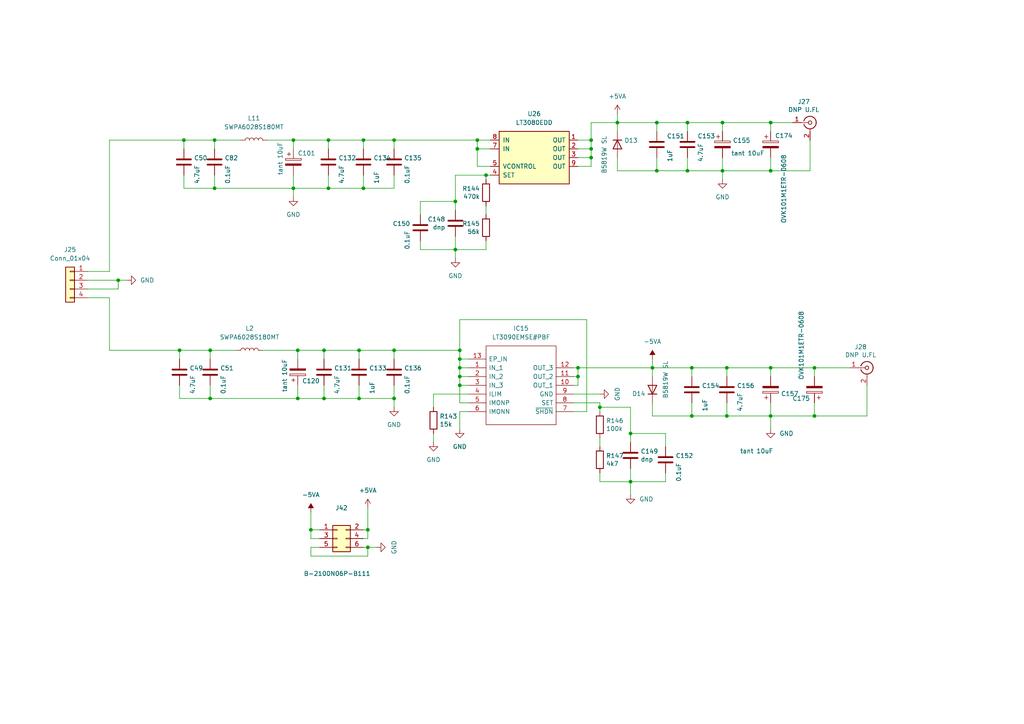
<source format=kicad_sch>
(kicad_sch (version 20211123) (generator eeschema)
  (paper "A4")
  (lib_symbols
    (symbol "Connector:Conn_Coaxial" (pin_names (offset 1.016) hide)
      (property "Reference" "J" (at 0.254 3.048 0))
      (property "Value" "Conn_Coaxial" (at 2.921 0 90))
      (symbol "Conn_Coaxial_0_1"
        (arc (start -1.778 -0.508) (mid 0.222 -1.808) (end 1.778 0) (stroke (width 0.254)))
        (polyline (pts (xy -2.54 0) (xy -0.508 0)))
        (polyline (pts (xy 0 -2.54) (xy 0 -1.778)))
        (circle (center 0 0) (radius 0.508) (stroke (width 0.2032)))
        (arc (start 1.778 0) (mid 0.222 1.8083) (end -1.778 0.508) (stroke (width 0.254)))
      )
      (symbol "Conn_Coaxial_1_1"
        (pin passive line (at -5.08 0 0) (length 2.54) (name "In") (number "1"))
        (pin passive line (at 0 -5.08 90) (length 2.54) (name "Ext") (number "2"))
      )
    )
    (symbol "Connector_Generic:Conn_01x04" (pin_names (offset 1.016) hide)
      (property "Reference" "J" (at 0 5.08 0))
      (property "Value" "Conn_01x04" (at 0 -7.62 0))
      (symbol "Conn_01x04_1_1"
        (rectangle (start -1.27 -4.953) (end 0 -5.207) (stroke (width 0.1524)))
        (rectangle (start -1.27 -2.413) (end 0 -2.667) (stroke (width 0.1524)))
        (rectangle (start -1.27 0.127) (end 0 -0.127) (stroke (width 0.1524)))
        (rectangle (start -1.27 2.667) (end 0 2.413) (stroke (width 0.1524)))
        (rectangle (start -1.27 3.81) (end 1.27 -6.35) (stroke (width 0.254)) (fill (type background)))
        (pin passive line (at -5.08 2.54 0) (length 3.81) (name "Pin_1") (number "1"))
        (pin passive line (at -5.08 0 0) (length 3.81) (name "Pin_2") (number "2"))
        (pin passive line (at -5.08 -2.54 0) (length 3.81) (name "Pin_3") (number "3"))
        (pin passive line (at -5.08 -5.08 0) (length 3.81) (name "Pin_4") (number "4"))
      )
    )
    (symbol "Connector_Generic:Conn_02x03_Odd_Even" (pin_names (offset 1.016) hide)
      (property "Reference" "J" (at 1.27 5.08 0))
      (property "Value" "Conn_02x03_Odd_Even" (at 1.27 -5.08 0))
      (symbol "Conn_02x03_Odd_Even_1_1"
        (rectangle (start -1.27 -2.413) (end 0 -2.667) (stroke (width 0.1524)))
        (rectangle (start -1.27 0.127) (end 0 -0.127) (stroke (width 0.1524)))
        (rectangle (start -1.27 2.667) (end 0 2.413) (stroke (width 0.1524)))
        (rectangle (start -1.27 3.81) (end 3.81 -3.81) (stroke (width 0.254)) (fill (type background)))
        (rectangle (start 3.81 -2.413) (end 2.54 -2.667) (stroke (width 0.1524)))
        (rectangle (start 3.81 0.127) (end 2.54 -0.127) (stroke (width 0.1524)))
        (rectangle (start 3.81 2.667) (end 2.54 2.413) (stroke (width 0.1524)))
        (pin passive line (at -5.08 2.54 0) (length 3.81) (name "Pin_1") (number "1"))
        (pin passive line (at 7.62 2.54 180) (length 3.81) (name "Pin_2") (number "2"))
        (pin passive line (at -5.08 0 0) (length 3.81) (name "Pin_3") (number "3"))
        (pin passive line (at 7.62 0 180) (length 3.81) (name "Pin_4") (number "4"))
        (pin passive line (at -5.08 -2.54 0) (length 3.81) (name "Pin_5") (number "5"))
        (pin passive line (at 7.62 -2.54 180) (length 3.81) (name "Pin_6") (number "6"))
      )
    )
    (symbol "Device:C" (pin_numbers hide) (pin_names (offset 0.254))
      (property "Reference" "C" (at 0.635 2.54 0))
      (property "Value" "C" (at 0.635 -2.54 0))
      (symbol "C_0_1"
        (polyline (pts (xy -2.032 -0.762) (xy 2.032 -0.762)) (stroke (width 0.508)))
        (polyline (pts (xy -2.032 0.762) (xy 2.032 0.762)) (stroke (width 0.508)))
      )
      (symbol "C_1_1"
        (pin passive line (at 0 3.81 270) (length 2.794) (name "~") (number "1"))
        (pin passive line (at 0 -3.81 90) (length 2.794) (name "~") (number "2"))
      )
    )
    (symbol "Device:C_Polarized" (pin_numbers hide) (pin_names (offset 0.254))
      (property "Reference" "C" (at 0.635 2.54 0))
      (property "Value" "C_Polarized" (at 0.635 -2.54 0))
      (symbol "C_Polarized_0_1"
        (rectangle (start -2.286 0.508) (end 2.286 1.016))
        (polyline (pts (xy -1.778 2.286) (xy -0.762 2.286)))
        (polyline (pts (xy -1.27 2.794) (xy -1.27 1.778)))
        (rectangle (start 2.286 -0.508) (end -2.286 -1.016) (fill (type outline)))
      )
      (symbol "C_Polarized_1_1"
        (pin passive line (at 0 3.81 270) (length 2.794) (name "~") (number "1"))
        (pin passive line (at 0 -3.81 90) (length 2.794) (name "~") (number "2"))
      )
    )
    (symbol "Device:D" (pin_numbers hide) (pin_names (offset 1.016) hide)
      (property "Reference" "D" (at 0 2.54 0))
      (property "Value" "D" (at 0 -2.54 0))
      (symbol "D_0_1"
        (polyline (pts (xy -1.27 1.27) (xy -1.27 -1.27)) (stroke (width 0.254)))
        (polyline (pts (xy 1.27 0) (xy -1.27 0)))
        (polyline (pts (xy 1.27 1.27) (xy 1.27 -1.27) (xy -1.27 0) (xy 1.27 1.27)) (stroke (width 0.254)))
      )
      (symbol "D_1_1"
        (pin passive line (at -3.81 0 0) (length 2.54) (name "K") (number "1"))
        (pin passive line (at 3.81 0 180) (length 2.54) (name "A") (number "2"))
      )
    )
    (symbol "Device:L" (pin_numbers hide) (pin_names (offset 1.016) hide)
      (property "Reference" "L" (at -1.27 0 90))
      (property "Value" "L" (at 1.905 0 90))
      (symbol "L_0_1"
        (arc (start 0 -2.54) (mid 0.635 -1.905) (end 0 -1.27))
        (arc (start 0 -1.27) (mid 0.635 -0.635) (end 0 0))
        (arc (start 0 0) (mid 0.635 0.635) (end 0 1.27))
        (arc (start 0 1.27) (mid 0.635 1.905) (end 0 2.54))
      )
      (symbol "L_1_1"
        (pin passive line (at 0 3.81 270) (length 1.27) (name "1") (number "1"))
        (pin passive line (at 0 -3.81 90) (length 1.27) (name "2") (number "2"))
      )
    )
    (symbol "Device:R" (pin_numbers hide) (pin_names (offset 0))
      (property "Reference" "R" (at 2.032 0 90))
      (property "Value" "R" (at 0 0 90))
      (symbol "R_0_1"
        (rectangle (start -1.016 -2.54) (end 1.016 2.54) (stroke (width 0.254)))
      )
      (symbol "R_1_1"
        (pin passive line (at 0 3.81 270) (length 1.27) (name "~") (number "1"))
        (pin passive line (at 0 -3.81 90) (length 1.27) (name "~") (number "2"))
      )
    )
    (symbol "HanzhenCustomLib:LT3090EMSE#PBF" (pin_names (offset 0.762))
      (property "Reference" "IC" (at 26.67 7.62 0))
      (property "Value" "LT3090EMSE#PBF" (at 44.45 5.08 0))
      (symbol "LT3090EMSE#PBF_0_0"
        (pin passive line (at 0 0 0) (length 5.08) (name "IN_1") (number "1"))
        (pin passive line (at 30.48 -5.08 180) (length 5.08) (name "OUT_1") (number "10"))
        (pin passive line (at 30.48 -2.54 180) (length 5.08) (name "OUT_2") (number "11"))
        (pin passive line (at 30.48 0 180) (length 5.08) (name "OUT_3") (number "12"))
        (pin passive line (at 0 2.54 0) (length 5.08) (name "EP_IN") (number "13"))
        (pin passive line (at 0 -2.54 0) (length 5.08) (name "IN_2") (number "2"))
        (pin passive line (at 0 -5.08 0) (length 5.08) (name "IN_3") (number "3"))
        (pin passive line (at 0 -7.62 0) (length 5.08) (name "ILIM") (number "4"))
        (pin passive line (at 0 -10.16 0) (length 5.08) (name "IMONP") (number "5"))
        (pin passive line (at 0 -12.7 0) (length 5.08) (name "IMONN") (number "6"))
        (pin passive line (at 30.48 -12.7 180) (length 5.08) (name "~{SHDN}") (number "7"))
        (pin passive line (at 30.48 -10.16 180) (length 5.08) (name "SET") (number "8"))
        (pin passive line (at 30.48 -7.62 180) (length 5.08) (name "GND") (number "9"))
      )
      (symbol "LT3090EMSE#PBF_0_1"
        (polyline (pts (xy 5.08 6.35) (xy 25.4 6.35) (xy 25.4 -16.51) (xy 5.08 -16.51) (xy 5.08 6.35)) (stroke (width 0.1524)))
      )
    )
    (symbol "Regulator_Linear:LT3080xDD" (pin_names (offset 1.016))
      (property "Reference" "U" (at -8.89 9.144 0))
      (property "Value" "LT3080xDD" (at 10.414 9.144 0))
      (symbol "LT3080xDD_0_1"
        (rectangle (start -10.16 7.62) (end 10.16 -7.62) (stroke (width 0.254)) (fill (type background)))
      )
      (symbol "LT3080xDD_1_1"
        (pin power_out line (at 12.7 5.08 180) (length 2.54) (name "OUT") (number "1"))
        (pin power_out line (at 12.7 2.54 180) (length 2.54) (name "OUT") (number "2"))
        (pin power_out line (at 12.7 0 180) (length 2.54) (name "OUT") (number "3"))
        (pin input line (at -12.7 -5.08 0) (length 2.54) (name "SET") (number "4"))
        (pin input line (at -12.7 -2.54 0) (length 2.54) (name "VCONTROL") (number "5"))
        (pin no_connect line (at -10.16 0 0) (length 2.54) hide (name "NC") (number "6"))
        (pin power_in line (at -12.7 2.54 0) (length 2.54) (name "IN") (number "7"))
        (pin power_in line (at -12.7 5.08 0) (length 2.54) (name "IN") (number "8"))
        (pin power_out line (at 12.7 -2.54 180) (length 2.54) (name "OUT") (number "9"))
      )
    )
    (symbol "power:+5VA" (power) (pin_names (offset 0))
      (property "Value" "+5VA" (at 0 3.556 0))
      (symbol "+5VA_0_1"
        (polyline (pts (xy -0.762 1.27) (xy 0 2.54)))
        (polyline (pts (xy 0 0) (xy 0 2.54)))
        (polyline (pts (xy 0 2.54) (xy 0.762 1.27)))
      )
      (symbol "+5VA_1_1"
        (pin power_in line (at 0 0 90) (length 0) hide (name "+5VA") (number "1"))
      )
    )
    (symbol "power:-5VA" (power) (pin_names (offset 0))
      (property "Value" "-5VA" (at 0 3.81 0))
      (symbol "-5VA_0_0"
        (pin power_in line (at 0 0 90) (length 0) hide (name "-5VA") (number "1"))
      )
      (symbol "-5VA_0_1"
        (polyline (pts (xy 0 0) (xy 0 1.27) (xy 0.762 1.27) (xy 0 2.54) (xy -0.762 1.27) (xy 0 1.27)) (fill (type outline)))
      )
    )
    (symbol "power:GND" (power) (pin_names (offset 0))
      (property "Value" "GND" (at 0 -3.81 0))
      (symbol "GND_0_1"
        (polyline (pts (xy 0 0) (xy 0 -1.27) (xy 1.27 -1.27) (xy 0 -2.54) (xy -1.27 -1.27) (xy 0 -1.27)))
      )
      (symbol "GND_1_1"
        (pin power_in line (at 0 0 270) (length 0) hide (name "GND") (number "1"))
      )
    )
  )
  (junction (at 106.68 153.67))
  (junction (at 133.35 101.6))
  (junction (at 52.07 101.6))
  (junction (at 34.29 81.28))
  (junction (at 60.96 101.6))
  (junction (at 223.52 106.68))
  (junction (at 182.88 125.73))
  (junction (at 105.41 40.64))
  (junction (at 53.34 40.64))
  (junction (at 171.45 43.18))
  (junction (at 236.22 120.65))
  (junction (at 104.14 115.57))
  (junction (at 62.23 54.61))
  (junction (at 199.39 35.56))
  (junction (at 85.09 40.64))
  (junction (at 132.08 58.42))
  (junction (at 200.66 120.65))
  (junction (at 223.52 120.65))
  (junction (at 167.64 106.68))
  (junction (at 105.41 54.61))
  (junction (at 223.52 49.53))
  (junction (at 86.36 101.6))
  (junction (at 114.3 115.57))
  (junction (at 104.14 101.6))
  (junction (at 95.25 54.61))
  (junction (at 190.5 49.53))
  (junction (at 132.08 72.39))
  (junction (at 90.17 153.67))
  (junction (at 199.39 49.53))
  (junction (at 93.98 115.57))
  (junction (at 167.64 109.22))
  (junction (at 210.82 106.68))
  (junction (at 60.96 115.57))
  (junction (at 209.55 49.53))
  (junction (at 138.43 43.18))
  (junction (at 138.43 40.64))
  (junction (at 182.88 139.7))
  (junction (at 179.07 35.56))
  (junction (at 86.36 115.57))
  (junction (at 171.45 40.64))
  (junction (at 85.09 54.61))
  (junction (at 200.66 106.68))
  (junction (at 189.23 106.68))
  (junction (at 140.97 50.8))
  (junction (at 210.82 120.65))
  (junction (at 223.52 35.56))
  (junction (at 133.35 109.22))
  (junction (at 95.25 40.64))
  (junction (at 171.45 45.72))
  (junction (at 209.55 35.56))
  (junction (at 236.22 106.68))
  (junction (at 133.35 106.68))
  (junction (at 106.68 158.75))
  (junction (at 173.99 118.11))
  (junction (at 133.35 104.14))
  (junction (at 62.23 40.64))
  (junction (at 190.5 35.56))
  (junction (at 114.3 101.6))
  (junction (at 114.3 40.64))
  (junction (at 93.98 101.6))
  (junction (at 133.35 111.76))
  (wire (pts (xy 209.55 35.56) (xy 209.55 38.1)))
  (wire (pts (xy 125.73 118.11) (xy 125.73 114.3)))
  (wire (pts (xy 106.68 147.32) (xy 106.68 153.67)))
  (wire (pts (xy 179.07 49.53) (xy 190.5 49.53)))
  (wire (pts (xy 95.25 43.18) (xy 95.25 40.64)))
  (wire (pts (xy 182.88 139.7) (xy 182.88 143.51)))
  (wire (pts (xy 182.88 118.11) (xy 182.88 125.73)))
  (wire (pts (xy 200.66 120.65) (xy 210.82 120.65)))
  (wire (pts (xy 200.66 116.84) (xy 200.66 120.65)))
  (wire (pts (xy 104.14 115.57) (xy 114.3 115.57)))
  (wire (pts (xy 60.96 101.6) (xy 60.96 104.14)))
  (wire (pts (xy 53.34 40.64) (xy 53.34 43.18)))
  (wire (pts (xy 104.14 111.76) (xy 104.14 115.57)))
  (wire (pts (xy 121.92 72.39) (xy 132.08 72.39)))
  (wire (pts (xy 223.52 106.68) (xy 223.52 109.22)))
  (wire (pts (xy 167.64 45.72) (xy 171.45 45.72)))
  (wire (pts (xy 76.2 101.6) (xy 86.36 101.6)))
  (wire (pts (xy 140.97 62.23) (xy 140.97 59.69)))
  (wire (pts (xy 236.22 106.68) (xy 246.38 106.68)))
  (wire (pts (xy 52.07 115.57) (xy 60.96 115.57)))
  (wire (pts (xy 53.34 54.61) (xy 62.23 54.61)))
  (wire (pts (xy 199.39 49.53) (xy 209.55 49.53)))
  (wire (pts (xy 86.36 101.6) (xy 93.98 101.6)))
  (wire (pts (xy 125.73 128.27) (xy 125.73 125.73)))
  (wire (pts (xy 86.36 111.76) (xy 86.36 115.57)))
  (wire (pts (xy 92.71 156.21) (xy 90.17 156.21)))
  (wire (pts (xy 182.88 135.89) (xy 182.88 139.7)))
  (wire (pts (xy 171.45 40.64) (xy 171.45 35.56)))
  (wire (pts (xy 138.43 43.18) (xy 142.24 43.18)))
  (wire (pts (xy 36.83 81.28) (xy 34.29 81.28)))
  (wire (pts (xy 182.88 125.73) (xy 193.04 125.73)))
  (wire (pts (xy 105.41 158.75) (xy 106.68 158.75)))
  (wire (pts (xy 106.68 153.67) (xy 106.68 156.21)))
  (wire (pts (xy 189.23 106.68) (xy 200.66 106.68)))
  (wire (pts (xy 171.45 43.18) (xy 171.45 45.72)))
  (wire (pts (xy 135.89 116.84) (xy 133.35 116.84)))
  (wire (pts (xy 31.75 86.36) (xy 31.75 101.6)))
  (wire (pts (xy 171.45 35.56) (xy 179.07 35.56)))
  (wire (pts (xy 200.66 106.68) (xy 210.82 106.68)))
  (wire (pts (xy 133.35 104.14) (xy 133.35 106.68)))
  (wire (pts (xy 209.55 35.56) (xy 223.52 35.56)))
  (wire (pts (xy 93.98 111.76) (xy 93.98 115.57)))
  (wire (pts (xy 142.24 48.26) (xy 138.43 48.26)))
  (wire (pts (xy 223.52 38.1) (xy 223.52 35.56)))
  (wire (pts (xy 60.96 115.57) (xy 86.36 115.57)))
  (wire (pts (xy 105.41 40.64) (xy 114.3 40.64)))
  (wire (pts (xy 179.07 38.1) (xy 179.07 35.56)))
  (wire (pts (xy 209.55 49.53) (xy 209.55 52.07)))
  (wire (pts (xy 133.35 92.71) (xy 133.35 101.6)))
  (wire (pts (xy 114.3 50.8) (xy 114.3 54.61)))
  (wire (pts (xy 90.17 161.29) (xy 90.17 158.75)))
  (wire (pts (xy 200.66 106.68) (xy 200.66 109.22)))
  (wire (pts (xy 52.07 111.76) (xy 52.07 115.57)))
  (wire (pts (xy 166.37 119.38) (xy 170.18 119.38)))
  (wire (pts (xy 190.5 35.56) (xy 190.5 38.1)))
  (wire (pts (xy 193.04 137.16) (xy 193.04 139.7)))
  (wire (pts (xy 93.98 115.57) (xy 104.14 115.57)))
  (wire (pts (xy 105.41 50.8) (xy 105.41 54.61)))
  (wire (pts (xy 223.52 116.84) (xy 223.52 120.65)))
  (wire (pts (xy 223.52 124.46) (xy 223.52 120.65)))
  (wire (pts (xy 53.34 40.64) (xy 31.75 40.64)))
  (wire (pts (xy 132.08 58.42) (xy 132.08 50.8)))
  (wire (pts (xy 105.41 43.18) (xy 105.41 40.64)))
  (wire (pts (xy 167.64 111.76) (xy 166.37 111.76)))
  (wire (pts (xy 140.97 52.07) (xy 140.97 50.8)))
  (wire (pts (xy 170.18 119.38) (xy 170.18 92.71)))
  (wire (pts (xy 106.68 161.29) (xy 90.17 161.29)))
  (wire (pts (xy 31.75 101.6) (xy 52.07 101.6)))
  (wire (pts (xy 210.82 116.84) (xy 210.82 120.65)))
  (wire (pts (xy 223.52 35.56) (xy 229.87 35.56)))
  (wire (pts (xy 106.68 158.75) (xy 109.22 158.75)))
  (wire (pts (xy 190.5 35.56) (xy 199.39 35.56)))
  (wire (pts (xy 193.04 125.73) (xy 193.04 129.54)))
  (wire (pts (xy 190.5 49.53) (xy 199.39 49.53)))
  (wire (pts (xy 95.25 54.61) (xy 105.41 54.61)))
  (wire (pts (xy 114.3 101.6) (xy 133.35 101.6)))
  (wire (pts (xy 86.36 104.14) (xy 86.36 101.6)))
  (wire (pts (xy 179.07 35.56) (xy 190.5 35.56)))
  (wire (pts (xy 179.07 33.02) (xy 179.07 35.56)))
  (wire (pts (xy 105.41 153.67) (xy 106.68 153.67)))
  (wire (pts (xy 62.23 40.64) (xy 62.23 43.18)))
  (wire (pts (xy 132.08 58.42) (xy 121.92 58.42)))
  (wire (pts (xy 77.47 40.64) (xy 85.09 40.64)))
  (wire (pts (xy 114.3 104.14) (xy 114.3 101.6)))
  (wire (pts (xy 189.23 120.65) (xy 200.66 120.65)))
  (wire (pts (xy 34.29 81.28) (xy 25.4 81.28)))
  (wire (pts (xy 93.98 104.14) (xy 93.98 101.6)))
  (wire (pts (xy 133.35 109.22) (xy 133.35 111.76)))
  (wire (pts (xy 189.23 106.68) (xy 167.64 106.68)))
  (wire (pts (xy 223.52 120.65) (xy 236.22 120.65)))
  (wire (pts (xy 251.46 111.76) (xy 251.46 120.65)))
  (wire (pts (xy 133.35 104.14) (xy 135.89 104.14)))
  (wire (pts (xy 86.36 115.57) (xy 93.98 115.57)))
  (wire (pts (xy 223.52 45.72) (xy 223.52 49.53)))
  (wire (pts (xy 60.96 111.76) (xy 60.96 115.57)))
  (wire (pts (xy 166.37 116.84) (xy 173.99 116.84)))
  (wire (pts (xy 199.39 35.56) (xy 199.39 38.1)))
  (wire (pts (xy 234.95 40.64) (xy 234.95 49.53)))
  (wire (pts (xy 199.39 35.56) (xy 209.55 35.56)))
  (wire (pts (xy 138.43 43.18) (xy 138.43 48.26)))
  (wire (pts (xy 190.5 45.72) (xy 190.5 49.53)))
  (wire (pts (xy 138.43 40.64) (xy 138.43 43.18)))
  (wire (pts (xy 210.82 120.65) (xy 223.52 120.65)))
  (wire (pts (xy 173.99 129.54) (xy 173.99 127)))
  (wire (pts (xy 114.3 111.76) (xy 114.3 115.57)))
  (wire (pts (xy 171.45 48.26) (xy 171.45 45.72)))
  (wire (pts (xy 25.4 86.36) (xy 31.75 86.36)))
  (wire (pts (xy 31.75 40.64) (xy 31.75 78.74)))
  (wire (pts (xy 106.68 156.21) (xy 105.41 156.21)))
  (wire (pts (xy 125.73 114.3) (xy 135.89 114.3)))
  (wire (pts (xy 60.96 101.6) (xy 52.07 101.6)))
  (wire (pts (xy 173.99 137.16) (xy 173.99 139.7)))
  (wire (pts (xy 104.14 104.14) (xy 104.14 101.6)))
  (wire (pts (xy 138.43 40.64) (xy 142.24 40.64)))
  (wire (pts (xy 193.04 139.7) (xy 182.88 139.7)))
  (wire (pts (xy 90.17 148.59) (xy 90.17 153.67)))
  (wire (pts (xy 85.09 40.64) (xy 95.25 40.64)))
  (wire (pts (xy 62.23 50.8) (xy 62.23 54.61)))
  (wire (pts (xy 133.35 111.76) (xy 135.89 111.76)))
  (wire (pts (xy 31.75 78.74) (xy 25.4 78.74)))
  (wire (pts (xy 209.55 45.72) (xy 209.55 49.53)))
  (wire (pts (xy 171.45 43.18) (xy 171.45 40.64)))
  (wire (pts (xy 236.22 120.65) (xy 251.46 120.65)))
  (wire (pts (xy 140.97 69.85) (xy 140.97 72.39)))
  (wire (pts (xy 34.29 83.82) (xy 34.29 81.28)))
  (wire (pts (xy 189.23 116.84) (xy 189.23 120.65)))
  (wire (pts (xy 182.88 128.27) (xy 182.88 125.73)))
  (wire (pts (xy 173.99 114.3) (xy 166.37 114.3)))
  (wire (pts (xy 236.22 116.84) (xy 236.22 120.65)))
  (wire (pts (xy 223.52 49.53) (xy 234.95 49.53)))
  (wire (pts (xy 140.97 50.8) (xy 142.24 50.8)))
  (wire (pts (xy 105.41 54.61) (xy 114.3 54.61)))
  (wire (pts (xy 166.37 109.22) (xy 167.64 109.22)))
  (wire (pts (xy 133.35 119.38) (xy 135.89 119.38)))
  (wire (pts (xy 106.68 158.75) (xy 106.68 161.29)))
  (wire (pts (xy 236.22 109.22) (xy 236.22 106.68)))
  (wire (pts (xy 210.82 106.68) (xy 223.52 106.68)))
  (wire (pts (xy 167.64 40.64) (xy 171.45 40.64)))
  (wire (pts (xy 93.98 101.6) (xy 104.14 101.6)))
  (wire (pts (xy 223.52 106.68) (xy 236.22 106.68)))
  (wire (pts (xy 132.08 68.58) (xy 132.08 72.39)))
  (wire (pts (xy 167.64 48.26) (xy 171.45 48.26)))
  (wire (pts (xy 170.18 92.71) (xy 133.35 92.71)))
  (wire (pts (xy 133.35 106.68) (xy 133.35 109.22)))
  (wire (pts (xy 173.99 118.11) (xy 182.88 118.11)))
  (wire (pts (xy 62.23 40.64) (xy 69.85 40.64)))
  (wire (pts (xy 167.64 109.22) (xy 167.64 111.76)))
  (wire (pts (xy 62.23 54.61) (xy 85.09 54.61)))
  (wire (pts (xy 173.99 118.11) (xy 173.99 116.84)))
  (wire (pts (xy 133.35 106.68) (xy 135.89 106.68)))
  (wire (pts (xy 95.25 50.8) (xy 95.25 54.61)))
  (wire (pts (xy 90.17 156.21) (xy 90.17 153.67)))
  (wire (pts (xy 133.35 101.6) (xy 133.35 104.14)))
  (wire (pts (xy 85.09 50.8) (xy 85.09 54.61)))
  (wire (pts (xy 60.96 101.6) (xy 68.58 101.6)))
  (wire (pts (xy 90.17 158.75) (xy 92.71 158.75)))
  (wire (pts (xy 90.17 153.67) (xy 92.71 153.67)))
  (wire (pts (xy 25.4 83.82) (xy 34.29 83.82)))
  (wire (pts (xy 173.99 119.38) (xy 173.99 118.11)))
  (wire (pts (xy 114.3 115.57) (xy 114.3 118.11)))
  (wire (pts (xy 133.35 116.84) (xy 133.35 111.76)))
  (wire (pts (xy 173.99 139.7) (xy 182.88 139.7)))
  (wire (pts (xy 53.34 50.8) (xy 53.34 54.61)))
  (wire (pts (xy 62.23 40.64) (xy 53.34 40.64)))
  (wire (pts (xy 140.97 50.8) (xy 132.08 50.8)))
  (wire (pts (xy 167.64 43.18) (xy 171.45 43.18)))
  (wire (pts (xy 132.08 60.96) (xy 132.08 58.42)))
  (wire (pts (xy 167.64 109.22) (xy 167.64 106.68)))
  (wire (pts (xy 104.14 101.6) (xy 114.3 101.6)))
  (wire (pts (xy 179.07 45.72) (xy 179.07 49.53)))
  (wire (pts (xy 167.64 106.68) (xy 166.37 106.68)))
  (wire (pts (xy 210.82 106.68) (xy 210.82 109.22)))
  (wire (pts (xy 85.09 43.18) (xy 85.09 40.64)))
  (wire (pts (xy 133.35 109.22) (xy 135.89 109.22)))
  (wire (pts (xy 132.08 72.39) (xy 132.08 74.93)))
  (wire (pts (xy 85.09 54.61) (xy 95.25 54.61)))
  (wire (pts (xy 140.97 72.39) (xy 132.08 72.39)))
  (wire (pts (xy 52.07 101.6) (xy 52.07 104.14)))
  (wire (pts (xy 95.25 40.64) (xy 105.41 40.64)))
  (wire (pts (xy 189.23 104.14) (xy 189.23 106.68)))
  (wire (pts (xy 133.35 124.46) (xy 133.35 119.38)))
  (wire (pts (xy 114.3 43.18) (xy 114.3 40.64)))
  (wire (pts (xy 209.55 49.53) (xy 223.52 49.53)))
  (wire (pts (xy 189.23 109.22) (xy 189.23 106.68)))
  (wire (pts (xy 121.92 58.42) (xy 121.92 62.23)))
  (wire (pts (xy 121.92 69.85) (xy 121.92 72.39)))
  (wire (pts (xy 85.09 54.61) (xy 85.09 57.15)))
  (wire (pts (xy 114.3 40.64) (xy 138.43 40.64)))
  (wire (pts (xy 199.39 45.72) (xy 199.39 49.53)))
  (symbol (lib_id "Device:C_Polarized") (at 86.36 107.95 0) (mirror x) (unit 1)
    (property "Reference" "C120" (at 87.63 110.49 0) (effects (justify left)))
    (property "Value" "tant 10uF" (at 82.55 104.14 90) (effects (justify left)))
    (property "Footprint" "Capacitor_Tantalum_SMD:CP_EIA-3528-15_AVX-H" (effects hide))
  )
  (symbol (lib_id "power:GND") (at 125.73 128.27 0) (unit 1)
    (property "Reference" "#PWR074" (effects hide))
    (property "Value" "GND" (at 125.73 133.35 0))
  )
  (symbol (lib_id "Device:C_Polarized") (at 236.22 113.03 180) (unit 1)
    (property "Reference" "C175" (at 234.95 115.57 0) (effects (justify left)))
    (property "Value" "OVK101M1ETR-0608" (at 232.41 90.17 90) (effects (justify left)))
    (property "Footprint" "Capacitor_SMD:CP_Elec_6.3x7.7" (effects hide))
  )
  (symbol (lib_id "Device:C") (at 182.88 132.08 0) (unit 1)
    (property "Reference" "C149" (at 185.801 130.9116 0) (effects (justify left)))
    (property "Value" "dnp" (at 185.801 133.223 0) (effects (justify left)))
    (property "Footprint" "Capacitor_SMD:C_1206_3216Metric" (effects hide))
  )
  (symbol (lib_id "power:-5VA") (at 189.23 104.14 0) (unit 1)
    (property "Reference" "#PWR080" (effects hide))
    (property "Value" "-5VA" (at 189.23 99.06 0))
  )
  (symbol (lib_id "power:GND") (at 209.55 52.07 0) (unit 1)
    (property "Reference" "#PWR081" (effects hide))
    (property "Value" "GND" (at 209.55 57.15 0))
  )
  (symbol (lib_id "Device:C") (at 190.5 41.91 0) (unit 1)
    (property "Reference" "C151" (at 193.421 39.4716 0) (effects (justify left)))
    (property "Value" "1uF" (at 194.31 46.99 90) (effects (justify left)))
    (property "Footprint" "Capacitor_SMD:C_1206_3216Metric" (effects hide))
  )
  (symbol (lib_id "Device:C") (at 104.14 107.95 0) (unit 1)
    (property "Reference" "C133" (at 107.061 106.7816 0) (effects (justify left)))
    (property "Value" "1uF" (at 107.95 114.3 90) (effects (justify left)))
    (property "Footprint" "Capacitor_SMD:C_1206_3216Metric" (effects hide))
  )
  (symbol (lib_id "power:GND") (at 223.52 124.46 0) (unit 1)
    (property "Reference" "#PWR082" (effects hide))
    (property "Value" "GND" (at 226.06 125.7299 0) (effects (justify left)))
  )
  (symbol (lib_id "HanzhenCustomLib:LT3090EMSE#PBF") (at 135.89 106.68 0) (unit 1)
    (property "Reference" "IC15" (at 151.13 95.25 0))
    (property "Value" "LT3090EMSE#PBF" (at 151.13 97.79 0))
    (property "Footprint" "SamacSys_Parts:SOP65P490X110-13N" (effects hide))
    (property "Datasheet" "https://www.analog.com/media/en/technical-documentation/data-sheets/3090fa.pdf" (effects hide))
    (property "Description" "LINEAR TECHNOLOGY - LT3090EMSE#PBF - IC, LINEAR VOLT REG, -36V, MSOP-12" (effects hide))
    (property "Height" "1.1" (effects hide))
    (property "Mouser Part Number" "584-LT3090EMSE#PBF" (effects hide))
    (property "Mouser Price/Stock" "https://www.mouser.co.uk/ProductDetail/Analog-Devices/LT3090EMSEPBF?qs=hVkxg5c3xu%252BFVJPK85HU%252Bw%3D%3D" (effects hide))
    (property "Manufacturer_Name" "Analog Devices" (effects hide))
    (property "Manufacturer_Part_Number" "LT3090EMSE#PBF" (effects hide))
  )
  (symbol (lib_id "Device:L") (at 73.66 40.64 90) (unit 1)
    (property "Reference" "L11" (at 73.66 34.29 90))
    (property "Value" "SWPA6028S180MT" (at 73.66 36.83 90))
    (property "Footprint" "Inductor_SMD:L_Bourns-SRN6028" (effects hide))
  )
  (symbol (lib_id "Device:C") (at 95.25 46.99 0) (unit 1)
    (property "Reference" "C132" (at 98.171 45.8216 0) (effects (justify left)))
    (property "Value" "4.7uF" (at 99.06 53.34 90) (effects (justify left)))
    (property "Footprint" "Capacitor_SMD:C_1206_3216Metric" (effects hide))
  )
  (symbol (lib_id "Device:R") (at 140.97 55.88 0) (unit 1)
    (property "Reference" "R144" (at 139.192 54.7116 0) (effects (justify right)))
    (property "Value" "470k" (at 139.192 57.023 0) (effects (justify right)))
    (property "Footprint" "Resistor_SMD:R_0805_2012Metric" (effects hide))
  )
  (symbol (lib_id "Device:C") (at 53.34 46.99 0) (unit 1)
    (property "Reference" "C50" (at 56.261 45.8216 0) (effects (justify left)))
    (property "Value" "4.7uF" (at 57.15 53.34 90) (effects (justify left)))
    (property "Footprint" "Capacitor_SMD:C_1206_3216Metric" (effects hide))
  )
  (symbol (lib_id "Device:C_Polarized") (at 223.52 41.91 0) (unit 1)
    (property "Reference" "C174" (at 224.79 39.37 0) (effects (justify left)))
    (property "Value" "OVK101M1ETR-0608" (at 227.33 64.77 90) (effects (justify left)))
    (property "Footprint" "Capacitor_SMD:CP_Elec_6.3x7.7" (effects hide))
  )
  (symbol (lib_id "power:-5VA") (at 90.17 148.59 0) (unit 1)
    (property "Reference" "#PWR0248" (effects hide))
    (property "Value" "-5VA" (at 90.17 143.51 0))
  )
  (symbol (lib_id "power:+5VA") (at 179.07 33.02 0) (unit 1)
    (property "Reference" "#PWR078" (effects hide))
    (property "Value" "+5VA" (at 179.07 27.94 0))
  )
  (symbol (lib_id "power:GND") (at 132.08 74.93 0) (mirror y) (unit 1)
    (property "Reference" "#PWR077" (effects hide))
    (property "Value" "GND" (at 132.08 80.01 0))
  )
  (symbol (lib_id "power:GND") (at 114.3 118.11 0) (unit 1)
    (property "Reference" "#PWR0219" (effects hide))
    (property "Value" "GND" (at 114.3 123.19 0))
  )
  (symbol (lib_id "Device:C") (at 210.82 113.03 0) (unit 1)
    (property "Reference" "C156" (at 213.741 111.8616 0) (effects (justify left)))
    (property "Value" "4.7uF" (at 214.63 119.38 90) (effects (justify left)))
    (property "Footprint" "Capacitor_SMD:C_1206_3216Metric" (effects hide))
  )
  (symbol (lib_id "Device:D") (at 179.07 41.91 270) (unit 1)
    (property "Reference" "D13" (at 181.0766 40.7416 90) (effects (justify left)))
    (property "Value" "B5819W SL" (at 175.26 39.37 0) (effects (justify left)))
    (property "Footprint" "Diode_SMD:D_SOD-123" (effects hide))
  )
  (symbol (lib_id "Device:L") (at 72.39 101.6 90) (unit 1)
    (property "Reference" "L2" (at 72.39 95.25 90))
    (property "Value" "SWPA6028S180MT" (at 72.39 97.79 90))
    (property "Footprint" "Inductor_SMD:L_Bourns-SRN6028" (effects hide))
  )
  (symbol (lib_id "power:GND") (at 182.88 143.51 0) (unit 1)
    (property "Reference" "#PWR079" (effects hide))
    (property "Value" "GND" (at 185.42 144.7799 0) (effects (justify left)))
  )
  (symbol (lib_id "Device:C_Polarized") (at 223.52 113.03 0) (mirror x) (unit 1)
    (property "Reference" "C157" (at 226.5172 114.1984 0) (effects (justify left)))
    (property "Value" "tant 10uF" (at 214.63 130.81 0) (effects (justify left)))
    (property "Footprint" "Capacitor_Tantalum_SMD:CP_EIA-3528-15_AVX-H" (effects hide))
  )
  (symbol (lib_id "Regulator_Linear:LT3080xDD") (at 154.94 45.72 0) (unit 1)
    (property "Reference" "U26" (at 154.94 33.02 0))
    (property "Value" "LT3080EDD" (at 154.94 35.56 0))
    (property "Footprint" "Package_DFN_QFN:DFN-8-1EP_3x3mm_P0.5mm_EP1.66x2.38mm" (effects hide))
    (property "Datasheet" "https://www.analog.com/media/en/technical-documentation/data-sheets/3080fc.pdf" (effects hide))
  )
  (symbol (lib_id "Device:C") (at 200.66 113.03 0) (unit 1)
    (property "Reference" "C154" (at 203.581 111.8616 0) (effects (justify left)))
    (property "Value" "1uF" (at 204.47 119.38 90) (effects (justify left)))
    (property "Footprint" "Capacitor_SMD:C_1206_3216Metric" (effects hide))
  )
  (symbol (lib_id "Device:C") (at 121.92 66.04 0) (mirror y) (unit 1)
    (property "Reference" "C150" (at 118.999 64.8716 0) (effects (justify left)))
    (property "Value" "0.1uF" (at 118.11 72.39 90) (effects (justify left)))
    (property "Footprint" "Capacitor_SMD:C_0805_2012Metric" (effects hide))
  )
  (symbol (lib_id "Connector:Conn_Coaxial") (at 234.95 35.56 0) (unit 1)
    (property "Reference" "J27" (at 233.1212 29.5148 0))
    (property "Value" "DNP U.FL" (at 233.1212 31.8262 0))
    (property "Footprint" "Connector_Coaxial:U.FL_Hirose_U.FL-R-SMT-1_Vertical" (effects hide))
    (property "Datasheet" " ~" (effects hide))
  )
  (symbol (lib_id "Device:C") (at 60.96 107.95 0) (unit 1)
    (property "Reference" "C51" (at 63.881 106.7816 0) (effects (justify left)))
    (property "Value" "0.1uF" (at 64.77 114.3 90) (effects (justify left)))
    (property "Footprint" "Capacitor_SMD:C_0805_2012Metric" (effects hide))
  )
  (symbol (lib_id "Connector:Conn_Coaxial") (at 251.46 106.68 0) (unit 1)
    (property "Reference" "J28" (at 249.6312 100.6348 0))
    (property "Value" "DNP U.FL" (at 249.6312 102.9462 0))
    (property "Footprint" "Connector_Coaxial:U.FL_Hirose_U.FL-R-SMT-1_Vertical" (effects hide))
    (property "Datasheet" " ~" (effects hide))
  )
  (symbol (lib_id "Device:C") (at 52.07 107.95 0) (unit 1)
    (property "Reference" "C49" (at 54.991 106.7816 0) (effects (justify left)))
    (property "Value" "4.7uF" (at 55.88 114.3 90) (effects (justify left)))
    (property "Footprint" "Capacitor_SMD:C_1206_3216Metric" (effects hide))
  )
  (symbol (lib_id "power:GND") (at 85.09 57.15 0) (unit 1)
    (property "Reference" "#PWR0236" (effects hide))
    (property "Value" "GND" (at 85.09 62.23 0))
  )
  (symbol (lib_id "Device:C") (at 114.3 46.99 0) (unit 1)
    (property "Reference" "C135" (at 117.221 45.8216 0) (effects (justify left)))
    (property "Value" "0.1uF" (at 118.11 53.34 90) (effects (justify left)))
    (property "Footprint" "Capacitor_SMD:C_0805_2012Metric" (effects hide))
  )
  (symbol (lib_id "power:GND") (at 36.83 81.28 90) (unit 1)
    (property "Reference" "#PWR0220" (effects hide))
    (property "Value" "GND" (at 40.64 81.2799 90) (effects (justify right)))
  )
  (symbol (lib_id "Device:C") (at 114.3 107.95 0) (unit 1)
    (property "Reference" "C136" (at 117.221 106.7816 0) (effects (justify left)))
    (property "Value" "0.1uF" (at 118.11 114.3 90) (effects (justify left)))
    (property "Footprint" "Capacitor_SMD:C_0805_2012Metric" (effects hide))
  )
  (symbol (lib_id "Device:R") (at 173.99 123.19 0) (mirror y) (unit 1)
    (property "Reference" "R146" (at 175.768 122.0216 0) (effects (justify right)))
    (property "Value" "100k" (at 175.768 124.333 0) (effects (justify right)))
    (property "Footprint" "Resistor_SMD:R_0805_2012Metric" (effects hide))
  )
  (symbol (lib_id "Device:C") (at 132.08 64.77 0) (mirror y) (unit 1)
    (property "Reference" "C148" (at 129.159 63.6016 0) (effects (justify left)))
    (property "Value" "dnp" (at 129.159 65.913 0) (effects (justify left)))
    (property "Footprint" "Capacitor_SMD:C_1206_3216Metric" (effects hide))
  )
  (symbol (lib_id "Device:R") (at 125.73 121.92 0) (mirror y) (unit 1)
    (property "Reference" "R143" (at 127.508 120.7516 0) (effects (justify right)))
    (property "Value" "15k" (at 127.508 123.063 0) (effects (justify right)))
    (property "Footprint" "Resistor_SMD:R_0805_2012Metric" (effects hide))
  )
  (symbol (lib_id "Device:C_Polarized") (at 85.09 46.99 0) (unit 1)
    (property "Reference" "C101" (at 86.36 44.45 0) (effects (justify left)))
    (property "Value" "tant 10uF" (at 81.28 50.8 90) (effects (justify left)))
    (property "Footprint" "Capacitor_Tantalum_SMD:CP_EIA-3528-15_AVX-H" (effects hide))
  )
  (symbol (lib_id "Device:R") (at 140.97 66.04 0) (unit 1)
    (property "Reference" "R145" (at 139.192 64.8716 0) (effects (justify right)))
    (property "Value" "56k" (at 139.192 67.183 0) (effects (justify right)))
    (property "Footprint" "Resistor_SMD:R_0805_2012Metric" (effects hide))
  )
  (symbol (lib_id "Connector_Generic:Conn_01x04") (at 20.32 81.28 0) (mirror y) (unit 1)
    (property "Reference" "J25" (at 20.32 72.39 0))
    (property "Value" "Conn_01x04" (at 20.32 74.93 0))
    (property "Footprint" "Connector_PinHeader_2.54mm:PinHeader_1x04_P2.54mm_Vertical" (effects hide))
  )
  (symbol (lib_id "power:GND") (at 109.22 158.75 90) (unit 1)
    (property "Reference" "#PWR0291" (effects hide))
    (property "Value" "GND" (at 114.3 158.75 0))
  )
  (symbol (lib_id "Connector_Generic:Conn_02x03_Odd_Even") (at 97.79 156.21 0) (unit 1)
    (property "Reference" "J42" (at 99.06 147.32 0))
    (property "Value" "B-2100N06P-B111" (at 97.79 166.37 0))
    (property "Footprint" "Connector_PinHeader_2.54mm:PinHeader_2x03_P2.54mm_Vertical_SMD" (effects hide))
  )
  (symbol (lib_id "Device:C") (at 199.39 41.91 0) (unit 1)
    (property "Reference" "C153" (at 202.311 39.4716 0) (effects (justify left)))
    (property "Value" "4.7uF" (at 203.2 46.99 90) (effects (justify left)))
    (property "Footprint" "Capacitor_SMD:C_1206_3216Metric" (effects hide))
  )
  (symbol (lib_id "Device:C") (at 93.98 107.95 0) (unit 1)
    (property "Reference" "C131" (at 96.901 106.7816 0) (effects (justify left)))
    (property "Value" "4.7uF" (at 97.79 114.3 90) (effects (justify left)))
    (property "Footprint" "Capacitor_SMD:C_1206_3216Metric" (effects hide))
  )
  (symbol (lib_id "power:GND") (at 173.99 114.3 90) (unit 1)
    (property "Reference" "#PWR076" (effects hide))
    (property "Value" "GND" (at 179.07 114.3 0))
  )
  (symbol (lib_id "Device:C_Polarized") (at 209.55 41.91 0) (unit 1)
    (property "Reference" "C155" (at 212.5472 40.7416 0) (effects (justify left)))
    (property "Value" "tant 10uF" (at 212.09 44.45 0) (effects (justify left)))
    (property "Footprint" "Capacitor_Tantalum_SMD:CP_EIA-3528-15_AVX-H" (effects hide))
  )
  (symbol (lib_id "Device:R") (at 173.99 133.35 0) (mirror y) (unit 1)
    (property "Reference" "R147" (at 175.768 132.1816 0) (effects (justify right)))
    (property "Value" "4k7" (at 175.768 134.493 0) (effects (justify right)))
    (property "Footprint" "Resistor_SMD:R_0805_2012Metric" (effects hide))
  )
  (symbol (lib_id "Device:C") (at 193.04 133.35 0) (unit 1)
    (property "Reference" "C152" (at 195.961 132.1816 0) (effects (justify left)))
    (property "Value" "0.1uF" (at 196.85 139.7 90) (effects (justify left)))
    (property "Footprint" "Capacitor_SMD:C_0805_2012Metric" (effects hide))
  )
  (symbol (lib_id "Device:C") (at 105.41 46.99 0) (unit 1)
    (property "Reference" "C134" (at 108.331 45.8216 0) (effects (justify left)))
    (property "Value" "1uF" (at 109.22 53.34 90) (effects (justify left)))
    (property "Footprint" "Capacitor_SMD:C_1206_3216Metric" (effects hide))
  )
  (symbol (lib_id "power:+5VA") (at 106.68 147.32 0) (unit 1)
    (property "Reference" "#PWR0290" (effects hide))
    (property "Value" "+5VA" (at 106.68 142.24 0))
  )
  (symbol (lib_id "Device:D") (at 189.23 113.03 90) (unit 1)
    (property "Reference" "D14" (at 187.2234 114.1984 90) (effects (justify left)))
    (property "Value" "B5819W SL" (at 193.04 115.57 0) (effects (justify left)))
    (property "Footprint" "Diode_SMD:D_SOD-123" (effects hide))
  )
  (symbol (lib_id "Device:C") (at 62.23 46.99 0) (unit 1)
    (property "Reference" "C82" (at 65.151 45.8216 0) (effects (justify left)))
    (property "Value" "0.1uF" (at 66.04 53.34 90) (effects (justify left)))
    (property "Footprint" "Capacitor_SMD:C_0805_2012Metric" (effects hide))
  )
  (symbol (lib_id "power:GND") (at 133.35 124.46 0) (unit 1)
    (property "Reference" "#PWR075" (effects hide))
    (property "Value" "GND" (at 133.35 129.54 0))
  )
)
</source>
